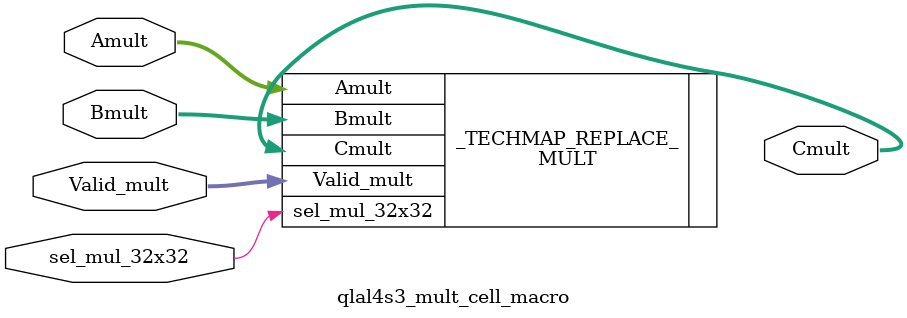
<source format=v>

module logic_0(output a);
    assign a = 0;
endmodule

module logic_1(output a);
    assign a = 1;
endmodule


// ============================================================================
// IO and clock buffers

module inpad(output Q, input P);

  parameter IO_PAD  = "";
  parameter IO_LOC  = "";
  parameter IO_TYPE = "";

  generate if (IO_TYPE == "SDIOMUX") begin

      SDIOMUX_CELL _TECHMAP_REPLACE_ (
      .I_PAD_$inp(P),
      .I_DAT(Q),
      .I_EN (1'b1),
      .O_PAD_$out(),
      .O_DAT(),
      .O_EN (1'b1)
      );

  end else begin

      BIDIR_CELL # (
      .ESEL     (1'b1),
      .OSEL     (1'b1),
      .FIXHOLD  (1'b0),
      .WPD      (1'b0),
      .DS       (1'b0)
      ) _TECHMAP_REPLACE_ (
      .I_PAD_$inp(P),
      .I_DAT(Q),
      .I_EN (1'b1),
      .O_PAD_$out(),
      .O_DAT(),
      .O_EN (1'b0)
      );

  end endgenerate

endmodule

module outpad(output P, input A);

  parameter IO_PAD  = "";
  parameter IO_LOC  = "";
  parameter IO_TYPE = "";

  generate if (IO_TYPE == "SDIOMUX") begin

      SDIOMUX_CELL _TECHMAP_REPLACE_ (
      .I_PAD_$inp(),
      .I_DAT(),
      .I_EN (1'b1),
      .O_PAD_$out(P),
      .O_DAT(A),
      .O_EN (1'b0)
      );

  end else begin

      BIDIR_CELL # (
      .ESEL     (1'b1),
      .OSEL     (1'b1),
      .FIXHOLD  (1'b0),
      .WPD      (1'b0),
      .DS       (1'b0)
      ) _TECHMAP_REPLACE_ (
      .I_PAD_$inp(),
      .I_DAT(),
      .I_EN (1'b0),
      .O_PAD_$out(P),
      .O_DAT(A),
      .O_EN (1'b1)
      );

  end endgenerate

endmodule

module bipad(input A, input EN, output Q, inout P);

  parameter IO_PAD  = "";
  parameter IO_LOC  = "";
  parameter IO_TYPE = "";

  generate if (IO_TYPE == "SDIOMUX") begin

      wire nEN;

      inv INV (
      .A(EN),
      .Q(nEN)
      );

      SDIOMUX_CELL SDIOMUX (
      .I_PAD_$inp(P),
      .I_DAT(Q),
      .I_EN (1'b1),
      .O_PAD_$out(P),
      .O_DAT(A),
      .O_EN (nEN)
      );

  end else begin

      BIDIR_CELL # (
      .ESEL     (1'b1),
      .OSEL     (1'b1),
      .FIXHOLD  (1'b0),
      .WPD      (1'b0),
      .DS       (1'b0)
      ) _TECHMAP_REPLACE_ (
      .I_PAD_$inp(P),
      .I_DAT(Q),
      .I_EN (1'b1),
      .O_PAD_$out(P),
      .O_DAT(A),
      .O_EN (EN)
      );

  end endgenerate

endmodule

module ckpad(output Q, input P);

  parameter IO_PAD  = "";
  parameter IO_LOC  = "";
  parameter IO_TYPE = "";

  // If the IO_TYPE is not set or it is set to CLOCK map the ckpad to a CLOCK
  // cell.
  generate if (IO_TYPE == "" || IO_TYPE == "CLOCK") begin

      // In VPR GMUX has to be explicityl present in the netlist. Add it here.

      wire C;

      CLOCK_CELL clock (
      .I_PAD(P),
      .O_CLK(C)
      );

      GMUX_IP gmux (
      .IP  (C),
      .IZ  (Q),
      .IS0 (1'b0)
      );

  // Otherwise make it an inpad cell that gets mapped to BIDIR or SDIOMUX
  end else begin

      inpad #(
      .IO_PAD(IO_PAD),
      .IO_LOC(IO_LOC),
      .IO_TYPE(IO_TYPE)
      ) _TECHMAP_REPLACE_ (
      .Q(Q),
      .P(P)
      );

  end endgenerate

endmodule

// ============================================================================

module qhsckibuff(input A, output Z);

  // The qhsckibuff is used to reach the global clock network from the regular
  // routing network. The clock gets inverted.

  wire AI;
  inv inv (.A(A), .Q(AI));

  GMUX_IC gmux (
  .IC  (AI),
  .IZ  (Z),
  .IS0 (1'b1)
  );

endmodule

module qhsckbuff(input A, output Z);

  // The qhsckbuff is used to reach the global clock network from the regular
  // routing network.
  GMUX_IC _TECHMAP_REPLACE_ (
  .IC  (A),
  .IZ  (Z),
  .IS0 (1'b1)
  );

endmodule

module gclkbuff(input A, output Z);

  // The gclkbuff is used to reach the global clock network from the regular
  // routing network.
  GMUX_IC _TECHMAP_REPLACE_ (
  .IC  (A),
  .IZ  (Z),
  .IS0 (1'b1)
  );

endmodule


// ============================================================================
// logic_cell_macro

module logic_cell_macro(
    input BA1,
    input BA2,
    input BAB,
    input BAS1,
    input BAS2,
    input BB1,
    input BB2,
    input BBS1,
    input BBS2,
    input BSL,
    input F1,
    input F2,
    input FS,
    input QCK,
    input QCKS,
    input QDI,
    input QDS,
    input QEN,
    input QRT,
    input QST,
    input TA1,
    input TA2,
    input TAB,
    input TAS1,
    input TAS2,
    input TB1,
    input TB2,
    input TBS,
    input TBS1,
    input TBS2,
    input TSL,
    output CZ,
    output FZ,
    output QZ,
    output TZ

);

    wire [1023:0] _TECHMAP_DO_ = "proc; clean";

    parameter _TECHMAP_CONSTMSK_TAS1_ = 1'bx;
    parameter _TECHMAP_CONSTVAL_TAS1_ = 1'bx;
    parameter _TECHMAP_CONSTMSK_TAS2_ = 1'bx;
    parameter _TECHMAP_CONSTVAL_TAS2_ = 1'bx;
    parameter _TECHMAP_CONSTMSK_TBS1_ = 1'bx;
    parameter _TECHMAP_CONSTVAL_TBS1_ = 1'bx;
    parameter _TECHMAP_CONSTMSK_TBS2_ = 1'bx;
    parameter _TECHMAP_CONSTVAL_TBS2_ = 1'bx;

    parameter _TECHMAP_CONSTMSK_BAS1_ = 1'bx;
    parameter _TECHMAP_CONSTVAL_BAS1_ = 1'bx;
    parameter _TECHMAP_CONSTMSK_BAS2_ = 1'bx;
    parameter _TECHMAP_CONSTVAL_BAS2_ = 1'bx;
    parameter _TECHMAP_CONSTMSK_BBS1_ = 1'bx;
    parameter _TECHMAP_CONSTVAL_BBS1_ = 1'bx;
    parameter _TECHMAP_CONSTMSK_BBS2_ = 1'bx;
    parameter _TECHMAP_CONSTVAL_BBS2_ = 1'bx;
    
    parameter _TECHMAP_CONSTMSK_QCKS_ = 1'bx;
    parameter _TECHMAP_CONSTVAL_QCKS_ = 1'bx;

    localparam [0:0] P_TAS1 = (_TECHMAP_CONSTMSK_TAS1_ == 1'b1) && (_TECHMAP_CONSTVAL_TAS1_ == 1'b1);
    localparam [0:0] P_TAS2 = (_TECHMAP_CONSTMSK_TAS2_ == 1'b1) && (_TECHMAP_CONSTVAL_TAS2_ == 1'b1);
    localparam [0:0] P_TBS1 = (_TECHMAP_CONSTMSK_TBS1_ == 1'b1) && (_TECHMAP_CONSTVAL_TBS1_ == 1'b1);
    localparam [0:0] P_TBS2 = (_TECHMAP_CONSTMSK_TBS2_ == 1'b1) && (_TECHMAP_CONSTVAL_TBS2_ == 1'b1);

    localparam [0:0] P_BAS1 = (_TECHMAP_CONSTMSK_BAS1_ == 1'b1) && (_TECHMAP_CONSTVAL_BAS1_ == 1'b1);
    localparam [0:0] P_BAS2 = (_TECHMAP_CONSTMSK_BAS2_ == 1'b1) && (_TECHMAP_CONSTVAL_BAS2_ == 1'b1);
    localparam [0:0] P_BBS1 = (_TECHMAP_CONSTMSK_BBS1_ == 1'b1) && (_TECHMAP_CONSTVAL_BBS1_ == 1'b1);
    localparam [0:0] P_BBS2 = (_TECHMAP_CONSTMSK_BBS2_ == 1'b1) && (_TECHMAP_CONSTVAL_BBS2_ == 1'b1);
    
    localparam [0:0] P_QCKS = (_TECHMAP_CONSTMSK_QCKS_ == 1'b1) && (_TECHMAP_CONSTVAL_QCKS_ == 1'b1);

    // Make Yosys fail in case when any of the non-routable ports is connected
    // to anything but const.
    generate if (_TECHMAP_CONSTMSK_TAS1_ != 1'b1 ||
                 _TECHMAP_CONSTMSK_TAS2_ != 1'b1 ||
                 _TECHMAP_CONSTMSK_TBS1_ != 1'b1 ||
                 _TECHMAP_CONSTMSK_TBS2_ != 1'b1 ||

                 _TECHMAP_CONSTMSK_BAS1_ != 1'b1 ||
                 _TECHMAP_CONSTMSK_BAS2_ != 1'b1 ||
                 _TECHMAP_CONSTMSK_BBS1_ != 1'b1 ||
                 _TECHMAP_CONSTMSK_BBS2_ != 1'b1 ||

                 _TECHMAP_CONSTMSK_QCKS_ != 1'b1)
    begin
        wire _TECHMAP_FAIL_;

    end endgenerate

    LOGIC_MACRO #
    (
    .TAS1   (P_TAS1),
    .TAS2   (P_TAS2),
    .TBS1   (P_TBS1),
    .TBS2   (P_TBS2),
    .BAS1   (P_BAS1),
    .BAS2   (P_BAS2),
    .BBS1   (P_BBS1),
    .BBS2   (P_BBS2),
    .Z_QCKS (!P_QCKS)

    ) _TECHMAP_REPLACE_ (
    .TBS    (TBS),
    .TAB    (TAB),
    .TSL    (TSL),
    .TA1    (TA1),
    .TA2    (TA2),
    .TB1    (TB1),
    .TB2    (TB2),
    .BAB    (BAB),
    .BSL    (BSL),
    .BA1    (BA1),
    .BA2    (BA2),
    .BB1    (BB1),
    .BB2    (BB2),
    .TZ     (TZ),
    .CZ     (CZ),

    .QCK    (QCK),
    .QST    (QST),
    .QRT    (QRT),
    .QEN    (QEN),
    .QDI    (QDI),
    .QDS    (QDS),
    .QZ     (QZ),

    .F1     (F1),
    .F2     (F2),
    .FS     (FS),
    .FZ     (FZ)
    );

endmodule

// ============================================================================
// basic logic elements

module inv (
  output Q,
  input A,
);

  // The F-Frag
  F_FRAG f_frag (
  .F1(1'b1),
  .F2(1'b0),
  .FS(A),
  .FZ(Q)
  );
endmodule

// ============================================================================
// Multiplexers

module mux2x0 (
  output Q,
  input  S,
  input  A,
  input  B
);

  // The F-Frag
  F_FRAG f_frag (
  .F1(A),
  .F2(B),
  .FS(S),
  .FZ(Q)
  );

endmodule

module mux4x0 (
    output Q,
    input  S0,
    input  S1,
    input  A,
    input  B,
    input  C,
    input  D
);

  // T_FRAG to be packed either into T_FRAG or B_FRAG.
  T_FRAG # (
  .XAS1(1'b0),
  .XAS2(1'b0),
  .XBS1(1'b0),
  .XBS2(1'b0)
  )
  t_frag (
  .TBS(1'b1), // Always route to const1
  .XAB(S1),
  .XSL(S0),
  .XA1(A),
  .XA2(B),
  .XB1(C),
  .XB2(D),
  .XZ (Q)
  );

endmodule

module mux8x0 (
    output Q,
    input  S0,
    input  S1,
    input  S2,
    input  A,
    input  B,
    input  C,
    input  D,
    input  E,
    input  F,
    input  G,
    input  H
);

  C_FRAG # (
  .TAS1(1'b0),
  .TAS2(1'b0),
  .TBS1(1'b0),
  .TBS2(1'b0),
  .BAS1(1'b0),
  .BAS2(1'b0),
  .BBS1(1'b0),
  .BBS2(1'b0),
  )
  c_frag (
  .TBS(S2),
  .TAB(S1),
  .TSL(S0),
  .TA1(A),
  .TA2(B),
  .TB1(C),
  .TB2(D),
  .BAB(S1),
  .BSL(S0),
  .BA1(E),
  .BA2(F),
  .BB1(G),
  .BB2(H),
  .CZ (Q)
  );

endmodule

// ============================================================================
// LUTs

module LUT1 (
  output O,
  input  I0
);
  parameter [1:0] INIT = 0;
  parameter EQN = "(I0)";

  // The F-Frag
  F_FRAG f_frag (
  .F1(INIT[0]),
  .F2(INIT[1]),
  .FS(I0),
  .FZ(O)
  );

endmodule


module LUT2 (
  output O,
  input  I0,
  input  I1
);
  parameter [3:0] INIT = 0;
  parameter EQN = "(I0)";

  wire XSL = I0;
  wire XAB = I1;

  wire XA1 = INIT[0];
  wire XA2 = INIT[1];
  wire XB1 = INIT[2];
  wire XB2 = INIT[3];

  // T_FRAG to be packed either into T_FRAG or B_FRAG.
  T_FRAG # (
  .XAS1(1'b0),
  .XAS2(1'b0),
  .XBS1(1'b0),
  .XBS2(1'b0)
  )
  t_frag
  (
  .TBS(1'b1), // Always route to const1
  .XAB(XAB),
  .XSL(XSL),
  .XA1(XA1),
  .XA2(XA2),
  .XB1(XB1),
  .XB2(XB2),
  .XZ (O)
  );

endmodule


module LUT3 (
  output O,
  input  I0,
  input  I1,
  input  I2
);
  parameter [7:0] INIT = 0;
  parameter EQN = "(I0)";

  wire XSL = I1;
  wire XAB = I2;

  // Two bit group [H,L]
  // H =0:  T[AB]S[12] = GND, H=1:   VCC
  // HL=00: T[AB][12]  = GND, HL=11: VCC, else I0

  wire XA1;
  wire XA2;
  wire XB1;
  wire XB2;

  generate case(INIT[1:0])
    2'b00:   assign XA1 = 1'b0;
    2'b11:   assign XA1 = 1'b0;
    default: assign XA1 = I0;
  endcase endgenerate

  generate case(INIT[3:2])
    2'b00:   assign XA2 = 1'b0;
    2'b11:   assign XA2 = 1'b0;
    default: assign XA2 = I0;
  endcase endgenerate

  generate case(INIT[5:4])
    2'b00:   assign XB1 = 1'b0;
    2'b11:   assign XB1 = 1'b0;
    default: assign XB1 = I0;
  endcase endgenerate

  generate case(INIT[7:6])
    2'b00:   assign XB2 = 1'b0;
    2'b11:   assign XB2 = 1'b0;
    default: assign XB2 = I0;
  endcase endgenerate

  localparam XAS1 = INIT[0];
  localparam XAS2 = INIT[2];
  localparam XBS1 = INIT[4];
  localparam XBS2 = INIT[6];

  // T_FRAG to be packed either into T_FRAG or B_FRAG.
  T_FRAG # (
  .XAS1(XAS1),
  .XAS2(XAS2),
  .XBS1(XBS1),
  .XBS2(XBS2)
  )
  t_frag
  (
  .TBS(1'b1), // Always route to const1
  .XAB(XAB),
  .XSL(XSL),
  .XA1(XA1),
  .XA2(XA2),
  .XB1(XB1),
  .XB2(XB2),
  .XZ (O)
  );

endmodule


module LUT4 (
  output O,
  input  I0,
  input  I1,
  input  I2,
  input  I3
);
  parameter [15:0] INIT = 0;
  parameter EQN = "(I0)";

  wire TSL = I1;
  wire BSL = I1;
  wire TAB = I2;
  wire BAB = I2;
  wire TBS = I3;

  // Two bit group [H,L]
  // H =0:  [TB][AB]S[12] = GND, H=1:   VCC
  // HL=00: [TB][AB][12]  = GND, HL=11: VCC, else I0

  wire TA1;
  wire TA2;
  wire TB1;
  wire TB2;
  wire BA1;
  wire BA2;
  wire BB1;
  wire BB2;

  generate case(INIT[ 1: 0])
    2'b00:   assign TA1 = 1'b0;
    2'b11:   assign TA1 = 1'b0;
    default: assign TA1 = I0;
  endcase endgenerate

  generate case(INIT[ 3: 2])
    2'b00:   assign TA2 = 1'b0;
    2'b11:   assign TA2 = 1'b0;
    default: assign TA2 = I0;
  endcase endgenerate

  generate case(INIT[ 5: 4])
    2'b00:   assign TB1 = 1'b0;
    2'b11:   assign TB1 = 1'b0;
    default: assign TB1 = I0;
  endcase endgenerate

  generate case(INIT[ 7: 6])
    2'b00:   assign TB2 = 1'b0;
    2'b11:   assign TB2 = 1'b0;
    default: assign TB2 = I0;
  endcase endgenerate

  generate case(INIT[ 9: 8])
    2'b00:   assign BA1 = 1'b0;
    2'b11:   assign BA1 = 1'b0;
    default: assign BA1 = I0;
  endcase endgenerate

  generate case(INIT[11:10])
    2'b00:   assign BA2 = 1'b0;
    2'b11:   assign BA2 = 1'b0;
    default: assign BA2 = I0;
  endcase endgenerate

  generate case(INIT[13:12])
    2'b00:   assign BB1 = 1'b0;
    2'b11:   assign BB1 = 1'b0;
    default: assign BB1 = I0;
  endcase endgenerate

  generate case(INIT[15:14])
    2'b00:   assign BB2 = 1'b0;
    2'b11:   assign BB2 = 1'b0;
    default: assign BB2 = I0;
  endcase endgenerate

  localparam TAS1 = INIT[ 0];
  localparam TAS2 = INIT[ 2];
  localparam TBS1 = INIT[ 4];
  localparam TBS2 = INIT[ 6];
  localparam BAS1 = INIT[ 8];
  localparam BAS2 = INIT[10];
  localparam BBS1 = INIT[12];
  localparam BBS2 = INIT[14];

  // The C-Frag
  C_FRAG # (
  .TAS1(TAS1),
  .TAS2(TAS2),
  .TBS1(TBS1),
  .TBS2(TBS2),
  .BAS1(BAS1),
  .BAS2(BAS2),
  .BBS1(BBS1),
  .BBS2(BBS2)
  )
  c_frag
  (
  .TBS(TBS),
  .TAB(TAB),
  .TSL(TSL),
  .TA1(TA1),
  .TA2(TA2),
  .TB1(TB1),
  .TB2(TB2),
  .BAB(BAB),
  .BSL(BSL),
  .BA1(BA1),
  .BA2(BA2),
  .BB1(BB1),
  .BB2(BB2),
  .CZ (O)
  );

endmodule

// ============================================================================
// Flip-Flops

module dff(
  output Q,
  input  D,
  input  CLK
);

  parameter [0:0] INIT = 1'b0;

  Q_FRAG # (
  .Z_QCKS (1'b1)
  )
  _TECHMAP_REPLACE_
  (
  .QCK(CLK),
  .QST(1'b0),
  .QRT(1'b0),
  .QEN(1'b1),
  .QD (D),
  .QZ (Q),

  .CONST0 (1'b0),
  .CONST1 (1'b1)
  );

endmodule

module dffc(
  output Q,
  input  D,
  input  CLK,
  input  CLR
);

  parameter [0:0] INIT = 1'b0;

  Q_FRAG # (
  .Z_QCKS (1'b1)
  )
  _TECHMAP_REPLACE_
  (
  .QCK(CLK),
  .QST(1'b0),
  .QRT(CLR),
  .QEN(1'b1),
  .QD (D),
  .QZ (Q),

  .CONST0 (1'b0),
  .CONST1 (1'b1)
  );

endmodule

module dffp(
  output Q,
  input  D,
  input  CLK,
  input  PRE
);

  parameter [0:0] INIT = 1'b0;

  Q_FRAG # (
  .Z_QCKS (1'b1)
  )
  _TECHMAP_REPLACE_
  (
  .QCK(CLK),
  .QST(PRE),
  .QRT(1'b0),
  .QEN(1'b1),
  .QD (D),
  .QZ (Q),

  .CONST0 (1'b0),
  .CONST1 (1'b1)
  );

endmodule

module dffpc(
  output Q,
  input  D,
  input  CLK,
  input  CLR,
  input  PRE
);

  parameter [0:0] INIT = 1'b0;

  Q_FRAG # (
  .Z_QCKS (1'b1)
  )
  _TECHMAP_REPLACE_
  (
  .QCK(CLK),
  .QST(PRE),
  .QRT(CLR),
  .QEN(1'b1),
  .QD (D),
  .QZ (Q),

  .CONST0 (1'b0),
  .CONST1 (1'b1)
  );

endmodule

module dffe(
  output Q,
  input  D,
  input  CLK,
  input  EN
);

  parameter [0:0] INIT = 1'b0;

  Q_FRAG # (
  .Z_QCKS (1'b1)
  )
  _TECHMAP_REPLACE_
  (
  .QCK(CLK),
  .QST(1'b0),
  .QRT(1'b0),
  .QEN(EN),
  .QD (D),
  .QZ (Q),

  .CONST0 (1'b0),
  .CONST1 (1'b1)
  );

endmodule

module dffec(
  output Q,
  input  D,
  input  CLK,
  input  EN,
  input  CLR
);

  parameter [0:0] INIT = 1'b0;

  Q_FRAG # (
  .Z_QCKS (1'b1)
  )
  _TECHMAP_REPLACE_
  (
  .QCK(CLK),
  .QST(1'b0),
  .QRT(CLR),
  .QEN(EN),
  .QD (D),
  .QZ (Q),

  .CONST0 (1'b0),
  .CONST1 (1'b1)
  );

endmodule

module dffepc(
  output Q,
  input  D,
  input  CLK,
  input  EN,
  input  CLR,
  input  PRE
);

  parameter [0:0] INIT = 1'b0;

  Q_FRAG # (
  .Z_QCKS (1'b1)
  )
  _TECHMAP_REPLACE_
  (
  .QCK(CLK),
  .QST(PRE),
  .QRT(CLR),
  .QEN(EN),
  .QD (D),
  .QZ (Q),

  .CONST0 (1'b0),
  .CONST1 (1'b1)
  );

endmodule

module dffsc(
  output Q,
  input  D,
  input  CLK,
  input  CLR,
);

  parameter [0:0] INIT = 1'b0;

  Q_FRAG # (
  .Z_QCKS (1'b1)
  )
  _TECHMAP_REPLACE_
  (
  .QCK(CLK),
  .QST(1'b0),
  .QRT(CLR),
  .QEN(1'b1),
  .QD (D),
  .QZ (Q),

  .CONST0 (1'b0),
  .CONST1 (1'b1)
  );

endmodule
// ============================================================================
// The "qlal4s3b_cell_macro" macro

module qlal4s3b_cell_macro (
  input         WB_CLK,
  input         WBs_ACK,
  input  [31:0] WBs_RD_DAT,
  output [3:0]  WBs_BYTE_STB,
  output        WBs_CYC,
  output        WBs_WE,
  output        WBs_RD,
  output        WBs_STB,
  output [16:0] WBs_ADR,
  input  [3:0]  SDMA_Req,
  input  [3:0]  SDMA_Sreq,
  output [3:0]  SDMA_Done,
  output [3:0]  SDMA_Active,
  input  [3:0]  FB_msg_out,
  input  [7:0]  FB_Int_Clr,
  output        FB_Start,
  input         FB_Busy,
  output        WB_RST,
  output        Sys_PKfb_Rst,
  output        Clk_C16,
  output        Clk_C16_Rst,
  output        Clk_C21,
  output        Clk_C21_Rst,
  output        Sys_Pclk,
  output        Sys_Pclk_Rst,
  input         Sys_PKfb_Clk,
  input  [31:0] FB_PKfbData,
  output [31:0] WBs_WR_DAT,
  input  [3:0]  FB_PKfbPush,
  input         FB_PKfbSOF,
  input         FB_PKfbEOF,
  output [7:0]  Sensor_Int,
  output        FB_PKfbOverflow,
  output [23:0] TimeStamp,
  input         Sys_PSel,
  input  [15:0] SPIm_Paddr,
  input         SPIm_PEnable,
  input         SPIm_PWrite,
  input  [31:0] SPIm_PWdata,
  output        SPIm_PReady,
  output        SPIm_PSlvErr,
  output [31:0] SPIm_Prdata,
  input  [15:0] Device_ID,
  input  [13:0] FBIO_In_En,
  input  [13:0] FBIO_Out,
  input  [13:0] FBIO_Out_En,
  output [13:0] FBIO_In,
  inout  [13:0] SFBIO,
  input         Device_ID_6S, 
  input         Device_ID_4S, 
  input         SPIm_PWdata_26S, 
  input         SPIm_PWdata_24S,  
  input         SPIm_PWdata_14S, 
  input         SPIm_PWdata_11S, 
  input         SPIm_PWdata_0S, 
  input         SPIm_Paddr_8S, 
  input         SPIm_Paddr_6S, 
  input         FB_PKfbPush_1S, 
  input         FB_PKfbData_31S, 
  input         FB_PKfbData_21S,
  input         FB_PKfbData_19S,
  input         FB_PKfbData_9S,
  input         FB_PKfbData_6S,
  input         Sys_PKfb_ClkS,
  input         FB_BusyS,
  input         WB_CLKS
);

  ASSP #() _TECHMAP_REPLACE_
  (
  .WB_CLK           (WB_CLK         ),
  .WBs_ACK          (WBs_ACK        ),
  .WBs_RD_DAT       (WBs_RD_DAT     ),
  .WBs_BYTE_STB     (WBs_BYTE_STB   ),
  .WBs_CYC          (WBs_CYC        ),
  .WBs_WE           (WBs_WE         ),
  .WBs_RD           (WBs_RD         ),
  .WBs_STB          (WBs_STB        ),
  .WBs_ADR          (WBs_ADR        ),
  .SDMA_Req         (SDMA_Req       ),
  .SDMA_Sreq        (SDMA_Sreq      ),
  .SDMA_Done        (SDMA_Done      ),
  .SDMA_Active      (SDMA_Active    ),
  .FB_msg_out       (FB_msg_out     ),
  .FB_Int_Clr       (FB_Int_Clr     ),
  .FB_Start         (FB_Start       ),
  .FB_Busy          (FB_Busy        ),
  .WB_RST           (WB_RST         ),
  .Sys_PKfb_Rst     (Sys_PKfb_Rst   ),
  .Sys_Clk0         (Clk_C16        ),
  .Sys_Clk0_Rst     (Clk_C16_Rst    ),
  .Sys_Clk1         (Clk_C21        ),
  .Sys_Clk1_Rst     (Clk_C21_Rst    ),
  .Sys_Pclk         (Sys_Pclk       ),
  .Sys_Pclk_Rst     (Sys_Pclk_Rst   ),
  .Sys_PKfb_Clk     (Sys_PKfb_Clk   ),
  .FB_PKfbData      (FB_PKfbData    ),
  .WBs_WR_DAT       (WBs_WR_DAT     ),
  .FB_PKfbPush      (FB_PKfbPush    ),
  .FB_PKfbSOF       (FB_PKfbSOF     ),
  .FB_PKfbEOF       (FB_PKfbEOF     ),
  .Sensor_Int       (Sensor_Int     ),
  .FB_PKfbOverflow  (FB_PKfbOverflow),
  .TimeStamp        (TimeStamp      ),
  .Sys_PSel         (Sys_PSel       ),
  .SPIm_Paddr       (SPIm_Paddr     ),
  .SPIm_PEnable     (SPIm_PEnable   ),
  .SPIm_PWrite      (SPIm_PWrite    ),
  .SPIm_PWdata      (SPIm_PWdata    ),
  .SPIm_PReady      (SPIm_PReady    ),
  .SPIm_PSlvErr     (SPIm_PSlvErr   ),
  .SPIm_Prdata      (SPIm_Prdata    ),
  .Device_ID        (Device_ID      )
  );

  // TODO: The macro "qlal4s3b_cell_macro" has a bunch of non-routable signals
  // Figure out what they are responsible for and if there are any bits they
  // control.

endmodule

module qlal4s3_mult_32x32_cell (
    input [31:0] Amult,
    input [31:0] Bmult,
    input [1:0] Valid_mult,
    output [63:0] Cmult);

    MULT #() _TECHMAP_REPLACE_
    (
      .Amult(Amult),
      .Bmult(Bmult),
      .Valid_mult(Valid_mult),
      .Cmult(Cmult),
      .sel_mul_32x32(1'b1)
    );

endmodule /* qlal4s3_32x32_mult_cell */

module qlal4s3_mult_16x16_cell (
    input [15:0] Amult,
    input [15:0] Bmult,
    input Valid_mult,
    output [31:0] Cmult);

    wire [31:0] Amult_int;
    wire [31:0] Bmult_int;
    wire [63:0] Cmult_int;

    assign Amult_int = {16'b0, Amult};
    assign Bmult_int = {16'b0, Bmult};

    MULT #() _TECHMAP_REPLACE_
    (
      .Amult(Amult_int),
      .Bmult(Bmult_int),
      .Valid_mult({1'b0, Valid_mult}),
      .Cmult(Cmult),
      .sel_mul_32x32(1'b0)
    );

endmodule /* qlal4s3_16x16_mult_cell */

module qlal4s3_mult_cell_macro(
    input [31:0] Amult,
    input [31:0] Bmult,
    input [1:0] Valid_mult,
    input sel_mul_32x32,
    output [63:0] Cmult);

    MULT #() _TECHMAP_REPLACE_
    (
      .Amult(Amult),
      .Bmult(Bmult),
      .Valid_mult(Valid_mult),
      .Cmult(Cmult),
      .sel_mul_32x32(sel_mul_32x32)
    );
endmodule


</source>
